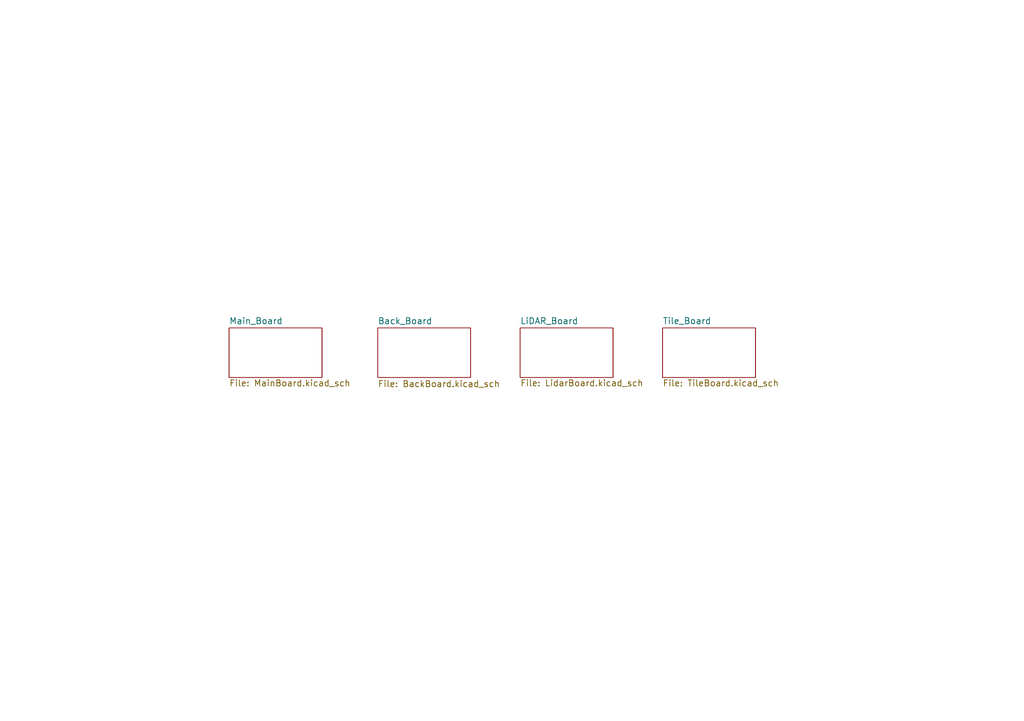
<source format=kicad_sch>
(kicad_sch
	(version 20231120)
	(generator "eeschema")
	(generator_version "8.0")
	(uuid "b87cc2f7-3ac1-4af1-9a0e-9dfc79f9f7c4")
	(paper "A5")
	(lib_symbols)
	(sheet
		(at 135.89 67.31)
		(size 19.05 10.16)
		(fields_autoplaced yes)
		(stroke
			(width 0.127)
			(type solid)
		)
		(fill
			(color 0 0 0 0.0000)
		)
		(uuid "4ccb1d87-a2eb-4440-a04b-5921d3896f33")
		(property "Sheetname" "Tile_Board"
			(at 135.89 66.5984 0)
			(effects
				(font
					(size 1.27 1.27)
				)
				(justify left bottom)
			)
		)
		(property "Sheetfile" "TileBoard.kicad_sch"
			(at 135.89 77.8946 0)
			(effects
				(font
					(size 1.27 1.27)
				)
				(justify left top)
			)
		)
		(instances
			(project "Final"
				(path "/b87cc2f7-3ac1-4af1-9a0e-9dfc79f9f7c4"
					(page "5")
				)
			)
		)
	)
	(sheet
		(at 46.99 67.31)
		(size 19.05 10.16)
		(fields_autoplaced yes)
		(stroke
			(width 0.127)
			(type solid)
		)
		(fill
			(color 0 0 0 0.0000)
		)
		(uuid "5e2c5efc-af52-4afb-95f7-c9bf48be30a7")
		(property "Sheetname" "Main_Board"
			(at 46.99 66.5984 0)
			(effects
				(font
					(size 1.27 1.27)
				)
				(justify left bottom)
			)
		)
		(property "Sheetfile" "MainBoard.kicad_sch"
			(at 46.99 77.8946 0)
			(effects
				(font
					(size 1.27 1.27)
				)
				(justify left top)
			)
		)
		(instances
			(project "Final"
				(path "/b87cc2f7-3ac1-4af1-9a0e-9dfc79f9f7c4"
					(page "2")
				)
			)
		)
	)
	(sheet
		(at 77.47 67.31)
		(size 19.05 10.16)
		(fields_autoplaced yes)
		(stroke
			(width 0.127)
			(type solid)
		)
		(fill
			(color 0 0 0 0.0000)
		)
		(uuid "929cb8df-faf1-4b76-b08f-e9b1157ac8fa")
		(property "Sheetname" "Back_Board"
			(at 77.47 66.6111 0)
			(effects
				(font
					(size 1.27 1.27)
				)
				(justify left bottom)
			)
		)
		(property "Sheetfile" "BackBoard.kicad_sch"
			(at 77.47 78.0419 0)
			(effects
				(font
					(size 1.27 1.27)
				)
				(justify left top)
			)
		)
		(instances
			(project "Final"
				(path "/b87cc2f7-3ac1-4af1-9a0e-9dfc79f9f7c4"
					(page "3")
				)
			)
		)
	)
	(sheet
		(at 106.68 67.31)
		(size 19.05 10.16)
		(fields_autoplaced yes)
		(stroke
			(width 0.127)
			(type solid)
		)
		(fill
			(color 0 0 0 0.0000)
		)
		(uuid "c1886009-0e76-49ab-abb8-cf6747e8b8bf")
		(property "Sheetname" "LiDAR_Board"
			(at 106.68 66.6111 0)
			(effects
				(font
					(size 1.27 1.27)
				)
				(justify left bottom)
			)
		)
		(property "Sheetfile" "LidarBoard.kicad_sch"
			(at 106.68 77.8819 0)
			(effects
				(font
					(size 1.27 1.27)
				)
				(justify left top)
			)
		)
		(instances
			(project "Final"
				(path "/b87cc2f7-3ac1-4af1-9a0e-9dfc79f9f7c4"
					(page "4")
				)
			)
		)
	)
	(sheet_instances
		(path "/"
			(page "1")
		)
	)
)

</source>
